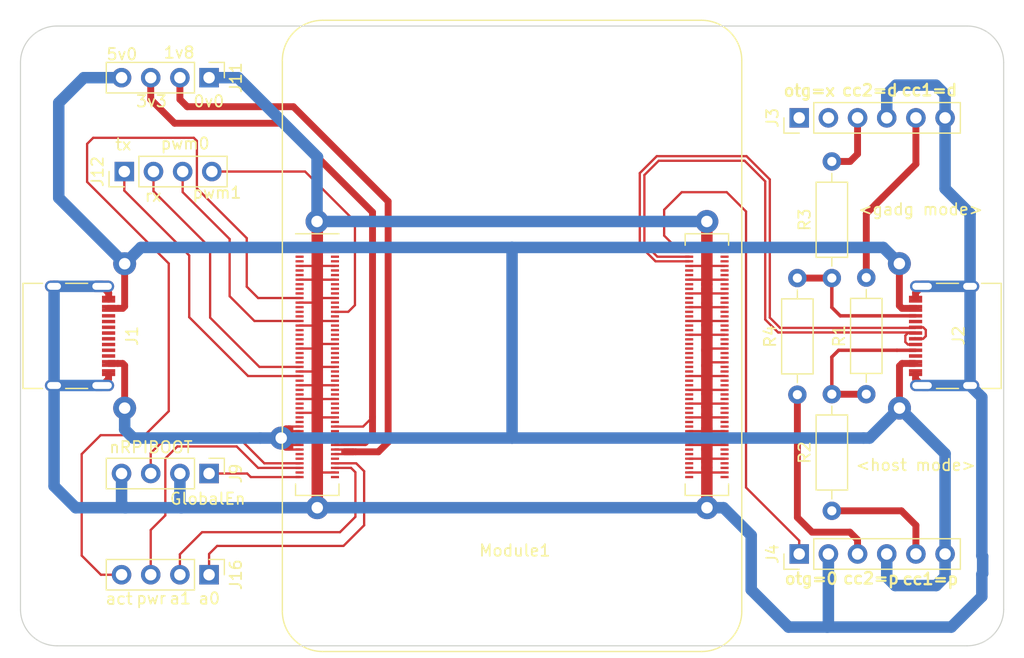
<source format=kicad_pcb>
(kicad_pcb (version 20210925) (generator pcbnew)
  (layers (0 "F.Cu" signal) (31 "B.Cu" signal) (34 "B.Paste" user) (35 "F.Paste" user) (36 "B.SilkS" user "B.Silkscreen") (37 "F.SilkS" user "F.Silkscreen") (38 "B.Mask" user) (39 "F.Mask" user) (44 "Edge.Cuts" user))
  (net 0 "")
  (net 1 "GND")
  (net 2 "+5V")
  (net 3 "Net-(J1-PadB8)")
  (net 4 "Net-(J1-PadA5)")
  (net 5 "Net-(J1-PadB7)")
  (net 6 "Net-(J1-PadA6)")
  (net 7 "Net-(J1-PadA7)")
  (net 8 "Net-(J1-PadB6)")
  (net 9 "Net-(J1-PadA8)")
  (net 10 "Net-(J1-PadB5)")
  (net 11 "Net-(J2-PadB8)")
  (net 12 "/USB_P")
  (net 13 "/USB_N")
  (net 14 "Net-(J2-PadA8)")
  (net 15 "Net-(Module1-Pad200)")
  (net 16 "Net-(Module1-Pad199)")
  (net 17 "Net-(Module1-Pad196)")
  (net 18 "Net-(Module1-Pad195)")
  (net 19 "Net-(Module1-Pad194)")
  (net 20 "Net-(Module1-Pad193)")
  (net 21 "Net-(Module1-Pad190)")
  (net 22 "Net-(Module1-Pad189)")
  (net 23 "Net-(Module1-Pad188)")
  (net 24 "Net-(Module1-Pad187)")
  (net 25 "Net-(Module1-Pad184)")
  (net 26 "Net-(Module1-Pad183)")
  (net 27 "Net-(Module1-Pad182)")
  (net 28 "Net-(Module1-Pad181)")
  (net 29 "Net-(Module1-Pad178)")
  (net 30 "Net-(Module1-Pad177)")
  (net 31 "Net-(Module1-Pad176)")
  (net 32 "Net-(Module1-Pad175)")
  (net 33 "Net-(Module1-Pad172)")
  (net 34 "Net-(Module1-Pad171)")
  (net 35 "Net-(Module1-Pad170)")
  (net 36 "Net-(Module1-Pad169)")
  (net 37 "Net-(Module1-Pad166)")
  (net 38 "Net-(Module1-Pad165)")
  (net 39 "Net-(Module1-Pad164)")
  (net 40 "Net-(Module1-Pad163)")
  (net 41 "Net-(Module1-Pad160)")
  (net 42 "Net-(Module1-Pad159)")
  (net 43 "Net-(Module1-Pad158)")
  (net 44 "Net-(Module1-Pad157)")
  (net 45 "Net-(Module1-Pad154)")
  (net 46 "Net-(Module1-Pad153)")
  (net 47 "Net-(Module1-Pad152)")
  (net 48 "Net-(Module1-Pad151)")
  (net 49 "Net-(Module1-Pad149)")
  (net 50 "Net-(Module1-Pad148)")
  (net 51 "Net-(Module1-Pad147)")
  (net 52 "Net-(Module1-Pad146)")
  (net 53 "Net-(Module1-Pad145)")
  (net 54 "Net-(Module1-Pad143)")
  (net 55 "Net-(Module1-Pad142)")
  (net 56 "Net-(Module1-Pad141)")
  (net 57 "Net-(Module1-Pad140)")
  (net 58 "Net-(Module1-Pad139)")
  (net 59 "Net-(Module1-Pad136)")
  (net 60 "Net-(Module1-Pad135)")
  (net 61 "Net-(Module1-Pad134)")
  (net 62 "Net-(Module1-Pad133)")
  (net 63 "Net-(Module1-Pad130)")
  (net 64 "Net-(Module1-Pad129)")
  (net 65 "Net-(Module1-Pad128)")
  (net 66 "Net-(Module1-Pad127)")
  (net 67 "Net-(Module1-Pad124)")
  (net 68 "Net-(Module1-Pad123)")
  (net 69 "Net-(Module1-Pad122)")
  (net 70 "Net-(Module1-Pad121)")
  (net 71 "Net-(Module1-Pad118)")
  (net 72 "Net-(Module1-Pad117)")
  (net 73 "Net-(Module1-Pad116)")
  (net 74 "Net-(Module1-Pad115)")
  (net 75 "Net-(Module1-Pad112)")
  (net 76 "Net-(Module1-Pad111)")
  (net 77 "Net-(Module1-Pad110)")
  (net 78 "Net-(Module1-Pad109)")
  (net 79 "Net-(Module1-Pad106)")
  (net 80 "Net-(Module1-Pad104)")
  (net 81 "Net-(Module1-Pad102)")
  (net 82 "Net-(J3-Pad2)")
  (net 83 "Net-(Module1-Pad100)")
  (net 84 "Net-(Module1-Pad97)")
  (net 85 "Net-(Module1-Pad92)")
  (net 86 "Net-(Module1-Pad91)")
  (net 87 "Net-(Module1-Pad89)")
  (net 88 "Net-(Module1-Pad82)")
  (net 89 "Net-(Module1-Pad80)")
  (net 90 "Net-(Module1-Pad76)")
  (net 91 "Net-(Module1-Pad75)")
  (net 92 "Net-(Module1-Pad73)")
  (net 93 "Net-(Module1-Pad72)")
  (net 94 "Net-(Module1-Pad70)")
  (net 95 "Net-(Module1-Pad69)")
  (net 96 "Net-(Module1-Pad68)")
  (net 97 "Net-(Module1-Pad67)")
  (net 98 "Net-(Module1-Pad64)")
  (net 99 "Net-(Module1-Pad63)")
  (net 100 "Net-(Module1-Pad62)")
  (net 101 "Net-(Module1-Pad61)")
  (net 102 "Net-(Module1-Pad58)")
  (net 103 "Net-(Module1-Pad57)")
  (net 104 "Net-(Module1-Pad56)")
  (net 105 "Net-(Module1-Pad54)")
  (net 106 "Net-(Module1-Pad50)")
  (net 107 "Net-(Module1-Pad49)")
  (net 108 "Net-(Module1-Pad48)")
  (net 109 "Net-(Module1-Pad47)")
  (net 110 "Net-(Module1-Pad46)")
  (net 111 "Net-(Module1-Pad45)")
  (net 112 "Net-(Module1-Pad44)")
  (net 113 "Net-(Module1-Pad41)")
  (net 114 "Net-(Module1-Pad40)")
  (net 115 "Net-(Module1-Pad39)")
  (net 116 "Net-(Module1-Pad38)")
  (net 117 "Net-(Module1-Pad37)")
  (net 118 "Net-(Module1-Pad36)")
  (net 119 "Net-(Module1-Pad35)")
  (net 120 "Net-(Module1-Pad34)")
  (net 121 "/pwm1")
  (net 122 "Net-(Module1-Pad30)")
  (net 123 "Net-(Module1-Pad29)")
  (net 124 "/pwm0")
  (net 125 "Net-(Module1-Pad27)")
  (net 126 "Net-(Module1-Pad26)")
  (net 127 "Net-(Module1-Pad25)")
  (net 128 "Net-(Module1-Pad24)")
  (net 129 "Net-(Module1-Pad20)")
  (net 130 "Net-(Module1-Pad19)")
  (net 131 "Net-(Module1-Pad18)")
  (net 132 "Net-(Module1-Pad17)")
  (net 133 "Net-(Module1-Pad16)")
  (net 134 "Net-(Module1-Pad15)")
  (net 135 "Net-(Module1-Pad12)")
  (net 136 "Net-(Module1-Pad11)")
  (net 137 "Net-(Module1-Pad10)")
  (net 138 "Net-(Module1-Pad9)")
  (net 139 "Net-(Module1-Pad6)")
  (net 140 "Net-(Module1-Pad5)")
  (net 141 "Net-(Module1-Pad4)")
  (net 142 "Net-(Module1-Pad3)")
  (net 143 "Net-(R3-Pad2)")
  (net 144 "Net-(J3-Pad1)")
  (net 145 "Net-(R2-Pad1)")
  (net 146 "Net-(R4-Pad1)")
  (net 147 "/otg")
  (net 148 "/rx")
  (net 149 "/tx")
  (net 150 "/cc1")
  (net 151 "/cc2")
  (net 152 "/nRPIBOOT")
  (net 153 "/eGLOBAL")
  (net 154 "/actled")
  (net 155 "/pwrled")
  (net 156 "/ana1")
  (net 157 "/ana0")
  (net 158 "/1v8")
  (net 159 "/3v3")
  (net 160 "Net-(J3-Pad5)")
  (footprint "Connector_USB:USB_C_Receptacle_XKB_U262-16XN-4BVC11" (layer "F.Cu") (at 138.8 73 90)
    (fp_text reference "J2")
    (fp_text value "USB_C_Receptacle_USB2.0")
  )
  (footprint "CM4IO:Raspberry-Pi-4-Compute-Module" (layer "F.Cu") (at 83.5 97)
    (fp_text reference "Module1")
    (fp_text value "ComputeModule4-CM4")
  )
  (footprint "Connector_PinHeader_2.54mm:PinHeader_1x04_P2.54mm_Vertical" (layer "F.Cu") (at 73.62 93.81 -90)
    (fp_text reference "J16")
    (fp_text value "Conn_01x04_Male")
  )
  (footprint "Connector_PinHeader_2.54mm:PinHeader_1x04_P2.54mm_Vertical" (layer "F.Cu") (at 73.62 84.99 -90)
    (fp_text reference "J9")
    (fp_text value "Conn_01x04_Male")
  )
  (footprint "Resistor_THT:R_Axial_DIN0207_L6.3mm_D2.5mm_P10.16mm_Horizontal" (layer "F.Cu") (at 130.84 78.08 90)
    (fp_text reference "R1")
    (fp_text value "5.1k")
  )
  (footprint "Resistor_THT:R_Axial_DIN0207_L6.3mm_D2.5mm_P10.16mm_Horizontal" (layer "F.Cu") (at 124.84 78.12 90)
    (fp_text reference "R4")
    (fp_text value "22k")
  )
  (footprint "Connector_PinHeader_2.54mm:PinHeader_1x04_P2.54mm_Vertical" (layer "F.Cu") (at 66.24 58.68 90)
    (fp_text reference "J12")
    (fp_text value "Conn_01x04_Male")
  )
  (footprint "Connector_USB:USB_C_Receptacle_XKB_U262-16XN-4BVC11" (layer "F.Cu") (at 61.2 73 -90)
    (fp_text reference "J1")
    (fp_text value "USB_C_Receptacle_USB2.0")
  )
  (footprint "Connector_PinHeader_2.54mm:PinHeader_1x06_P2.54mm_Vertical" (layer "F.Cu") (at 125 54 90)
    (fp_text reference "J3")
    (fp_text value "Conn_01x06_Male")
  )
  (footprint "Connector_PinHeader_2.54mm:PinHeader_1x04_P2.54mm_Vertical" (layer "F.Cu") (at 73.62 50.5 -90)
    (fp_text reference "J11")
    (fp_text value "Conn_01x04_Male")
  )
  (footprint "Connector_PinHeader_2.54mm:PinHeader_1x06_P2.54mm_Vertical" (layer "F.Cu") (at 125 92 90)
    (fp_text reference "J4")
    (fp_text value "Conn_01x06_Male")
  )
  (footprint "Resistor_THT:R_Axial_DIN0207_L6.3mm_D2.5mm_P10.16mm_Horizontal" (layer "F.Cu") (at 127.84 67.96 90)
    (fp_text reference "R3")
    (fp_text value "5.1k")
  )
  (footprint "Resistor_THT:R_Axial_DIN0207_L6.3mm_D2.5mm_P10.16mm_Horizontal" (layer "F.Cu") (at 127.84 88.24 90)
    (fp_text reference "R2")
    (fp_text value "22k")
  )
  (gr_arc (start 139.62 49.179997) (end 139.62 46) (angle 90) (layer "Edge.Cuts") (width 0.1))
  (gr_line (start 57.2 96.82) (end 57.2 49.18) (layer "Edge.Cuts") (width 0.1))
  (gr_arc (start 60.38 96.820003) (end 60.38 100) (angle 90) (layer "Edge.Cuts") (width 0.1))
  (gr_line (start 142.8 96.82) (end 142.8 49.18) (layer "Edge.Cuts") (width 0.1))
  (gr_arc (start 139.620003 96.82) (end 142.8 96.82) (angle 90) (layer "Edge.Cuts") (width 0.1))
  (gr_arc (start 60.379997 49.18) (end 60.38 46) (angle -90) (layer "Edge.Cuts") (width 0.1))
  (gr_line (start 139.62 46) (end 60.38 46) (layer "Edge.Cuts") (width 0.1))
  (gr_line (start 60.38 100) (end 139.62 100) (layer "Edge.Cuts") (width 0.1))
  (gr_text "3v3" (at 68.61 52.56) (layer "F.SilkS") (effects (font (size 1 1))))
  (gr_text "act" (at 65.79 95.9) (layer "F.SilkS") (effects (font (size 1 1))))
  (gr_text "1v8" (at 71.02 48.31) (layer "F.SilkS") (effects (font (size 1 1))))
  (gr_text "cc2=p" (at 131.25 94.12) (layer "F.SilkS") (effects (font (size 1 1) (thickness 0.2))))
  (gr_text "<gadg mode>" (at 135.57 61.97) (layer "F.SilkS") (effects (font (size 1 1))))
  (gr_text "cc1=p" (at 136.42 94.18) (layer "F.SilkS") (effects (font (size 1 1) (thickness 0.2))))
  (gr_text "otg=0" (at 126.05 94.15) (layer "F.SilkS") (effects (font (size 1 1) (thickness 0.2))))
  (gr_text "pwm0" (at 71.54 56.24) (layer "F.SilkS") (effects (font (size 1 1))))
  (gr_text "cc1=d" (at 136.33 51.59) (layer "F.SilkS") (effects (font (size 1 1) (thickness 0.2))))
  (gr_text "a0" (at 73.64 95.88) (layer "F.SilkS") (effects (font (size 1 1))))
  (gr_text "nRPIBOOT" (at 68.56 82.7) (layer "F.SilkS") (effects (font (size 1 1))))
  (gr_text "a1" (at 71.11 95.87) (layer "F.SilkS") (effects (font (size 1 1))))
  (gr_text "<host mode>" (at 135.15 84.25) (layer "F.SilkS") (effects (font (size 1 1))))
  (gr_text "5v0" (at 66.03 48.46) (layer "F.SilkS") (effects (font (size 1 1))))
  (gr_text "tx" (at 66.15 56.32) (layer "F.SilkS") (effects (font (size 1 1))))
  (gr_text "0v0" (at 73.6 52.56) (layer "F.SilkS") (effects (font (size 1 1))))
  (gr_text "GlobalEn" (at 73.5 87.19) (layer "F.SilkS") (effects (font (size 1 1))))
  (gr_text "otg=x" (at 125.88 51.63) (layer "F.SilkS") (effects (font (size 1 1) (thickness 0.2))))
  (gr_text "rx" (at 68.75 60.8) (layer "F.SilkS") (effects (font (size 1 1))))
  (gr_text "pwr" (at 68.58 95.86) (layer "F.SilkS") (effects (font (size 1 1))))
  (gr_text "pwm1" (at 74.31 60.52) (layer "F.SilkS") (effects (font (size 1 1))))
  (gr_text "cc2=d" (at 131.15 51.6) (layer "F.SilkS") (effects (font (size 1 1) (thickness 0.2))))
  (segment (start 116.62 77.7) (end 116.96 78.04) (width 0.2) (layer "F.Cu") (net 1))
  (segment (start 84.58 68.1) (end 83.35 68.1) (width 0.2) (layer "F.Cu") (net 1))
  (segment (start 64.87 76.35) (end 64.87 76.755) (width 0.6) (layer "F.Cu") (net 1))
  (segment (start 84.58 69.7) (end 83.42 69.7) (width 0.2) (layer "F.Cu") (net 1))
  (segment (start 118.5 75.3) (end 117.24 75.3) (width 0.2) (layer "F.Cu") (net 1))
  (segment (start 117.2 72.9) (end 116.96 73.14) (width 0.2) (layer "F.Cu") (net 1))
  (segment (start 135.13 69.245) (end 135.695 68.68) (width 0.6) (layer "F.Cu") (net 1))
  (segment (start 83.04 80.25) (end 83.04 84.57) (width 1) (layer "F.Cu") (net 1))
  (segment (start 115.42 82.5) (end 116.58 82.5) (width 0.2) (layer "F.Cu") (net 1))
  (segment (start 116.66 78.9) (end 116.96 79.2) (width 0.2) (layer "F.Cu") (net 1))
  (segment (start 83.04 73.71) (end 83.04 75.93) (width 1) (layer "F.Cu") (net 1))
  (segment (start 117.22 83.7) (end 116.96 83.96) (width 0.2) (layer "F.Cu") (net 1))
  (segment (start 116.96 69.12) (end 116.96 70.16) (width 1) (layer "F.Cu") (net 1))
  (segment (start 82.69 78.5) (end 83.04 78.15) (width 0.2) (layer "F.Cu") (net 1))
  (segment (start 116.69 80.1) (end 116.96 79.83) (width 0.2) (layer "F.Cu") (net 1))
  (segment (start 118.5 76.5) (end 117.18 76.5) (width 0.2) (layer "F.Cu") (net 1))
  (segment (start 83.37 77.3) (end 83.04 76.97) (width 0.2) (layer "F.Cu") (net 1))
  (segment (start 118.5 82.5) (end 117.34 82.5) (width 0.2) (layer "F.Cu") (net 1))
  (segment (start 83.04 84.57) (end 83.04 87.97) (width 1) (layer "F.Cu") (net 1))
  (segment (start 118.5 68.1) (end 117.34 68.1) (width 0.2) (layer "F.Cu") (net 1))
  (segment (start 115.42 77.7) (end 116.62 77.7) (width 0.2) (layer "F.Cu") (net 1))
  (segment (start 83.04 66.56) (end 83.04 68.41) (width 1) (layer "F.Cu") (net 1))
  (segment (start 135.13 69.65) (end 135.13 69.245) (width 0.6) (layer "F.Cu") (net 1))
  (segment (start 115.42 71.7) (end 116.61 71.7) (width 0.2) (layer "F.Cu") (net 1))
  (segment (start 116.61 71.7) (end 116.96 72.05) (width 0.2) (layer "F.Cu") (net 1))
  (segment (start 116.96 87.96) (end 116.97 87.97) (width 1) (layer "F.Cu") (net 1))
  (segment (start 116.96 68.48) (end 116.96 68.51) (width 1) (layer "F.Cu") (net 1))
  (segment (start 117.31 71.7) (end 116.96 72.05) (width 0.2) (layer "F.Cu") (net 1))
  (segment (start 84.58 73.7) (end 83.05 73.7) (width 0.2) (layer "F.Cu") (net 1))
  (segment (start 116.96 81.07) (end 116.96 82.88) (width 1) (layer "F.Cu") (net 1))
  (segment (start 117.11 74.1) (end 116.96 74.25) (width 0.2) (layer "F.Cu") (net 1))
  (segment (start 116.96 70.16) (end 116.96 72.05) (width 1) (layer "F.Cu") (net 1))
  (segment (start 81.5 66.9) (end 82.7 66.9) (width 0.2) (layer "F.Cu") (net 1))
  (segment (start 116.62 70.5) (end 116.96 70.16) (width 0.2) (layer "F.Cu") (net 1))
  (segment (start 116.7 83.7) (end 116.96 83.96) (width 0.2) (layer "F.Cu") (net 1))
  (segment (start 82.65 68.1) (end 83.04 68.49) (width 0.2) (layer "F.Cu") (net 1))
  (segment (start 83.27 75.7) (end 83.04 75.93) (width 0.2) (layer "F.Cu") (net 1))
  (segment (start 82.71 70.1) (end 83.04 70.43) (width 0.2) (layer "F.Cu") (net 1))
  (segment (start 116.96 83.96) (end 116.96 84.49) (width 1) (layer "F.Cu") (net 1))
  (segment (start 117.26 78.9) (end 116.96 79.2) (width 0.2) (layer "F.Cu") (net 1))
  (segment (start 83.04 78.15) (end 83.04 79.53) (width 1) (layer "F.Cu") (net 1))
  (segment (start 83.05 73.7) (end 83.04 73.71) (width 0.2) (layer "F.Cu") (net 1))
  (segment (start 83.04 65.7) (end 83.04 66.56) (width 1) (layer "F.Cu") (net 1))
  (segment (start 83.38 66.9) (end 83.04 66.56) (width 0.2) (layer "F.Cu") (net 1))
  (segment (start 115.42 69.3) (end 116.57 69.3) (width 0.2) (layer "F.Cu") (net 1))
  (segment (start 84.58 77.3) (end 83.37 77.3) (width 0.2) (layer "F.Cu") (net 1))
  (segment (start 116.58 82.5) (end 116.96 82.88) (width 0.2) (layer "F.Cu") (net 1))
  (segment (start 84.58 75.7) (end 83.27 75.7) (width 0.2) (layer "F.Cu") (net 1))
  (segment (start 118.5 81.3) (end 117.19 81.3) (width 0.2) (layer "F.Cu") (net 1))
  (segment (start 82.65 74.1) (end 83.04 73.71) (width 0.2) (layer "F.Cu") (net 1))
  (segment (start 83.37 84.9) (end 83.04 84.57) (width 0.2) (layer "F.Cu") (net 1))
  (segment (start 135.13 76.755) (end 135.695 77.32) (width 0.6) (layer "F.Cu") (net 1))
  (segment (start 116.96 66.9) (end 118.5 66.9) (width 0.2) (layer "F.Cu") (net 1))
  (segment (start 82.71 77.3) (end 83.04 76.97) (width 0.2) (layer "F.Cu") (net 1))
  (segment (start 116.57 69.3) (end 116.96 68.91) (width 0.2) (layer "F.Cu") (net 1))
  (segment (start 117.19 81.3) (end 116.96 81.07) (width 0.2) (layer "F.Cu") (net 1))
  (segment (start 64.87 76.05) (end 64.92 76.1) (width 0.2) (layer "F.Cu") (net 1))
  (segment (start 81.5 70.1) (end 82.71 70.1) (width 0.2) (layer "F.Cu") (net 1))
  (segment (start 82.87 76.1) (end 83.04 75.93) (width 0.2) (layer "F.Cu") (net 1))
  (segment (start 83.42 69.7) (end 83.04 69.32) (width 0.2) (layer "F.Cu") (net 1))
  (segment (start 116.72 72.9) (end 116.96 73.14) (width 0.2) (layer "F.Cu") (net 1))
  (segment (start 83.04 76.97) (end 83.04 78.15) (width 1) (layer "F.Cu") (net 1))
  (segment (start 84.58 66.9) (end 83.38 66.9) (width 0.2) (layer "F.Cu") (net 1))
  (segment (start 81.5 76.1) (end 82.87 76.1) (width 0.2) (layer "F.Cu") (net 1))
  (segment (start 116.96 68.91) (end 116.96 69.12) (width 1) (layer "F.Cu") (net 1))
  (segment (start 115.42 68.1) (end 116.55 68.1) (width 0.2) (layer "F.Cu") (net 1))
  (segment (start 82.6 72.1) (end 83.04 71.66) (width 0.2) (layer "F.Cu") (net 1))
  (segment (start 116.96 79.2) (end 116.96 79.83) (width 1) (layer "F.Cu") (net 1))
  (segment (start 117.37 84.9) (end 116.96 84.49) (width 0.2) (layer "F.Cu") (net 1))
  (segment (start 84.58 80.1) (end 83.19 80.1) (width 0.2) (layer "F.Cu") (net 1))
  (segment (start 81.5 74.1) (end 82.65 74.1) (width 0.2) (layer "F.Cu") (net 1))
  (segment (start 84.58 78.5) (end 83.39 78.5) (width 0.2) (layer "F.Cu") (net 1))
  (segment (start 135.13 76.35) (end 135.13 76.755) (width 0.6) (layer "F.Cu") (net 1))
  (segment (start 64.87 76.755) (end 64.305 77.32) (width 0.6) (layer "F.Cu") (net 1))
  (segment (start 116.96 73.14) (end 116.96 74.25) (width 1) (layer "F.Cu") (net 1))
  (segment (start 116.96 72.05) (end 116.96 73.14) (width 1) (layer "F.Cu") (net 1))
  (segment (start 117.34 68.1) (end 116.96 68.48) (width 0.2) (layer "F.Cu") (net 1))
  (segment (start 116.74 76.5) (end 116.96 76.72) (width 0.2) (layer "F.Cu") (net 1))
  (segment (start 115.42 66.9) (end 116.96 66.9) (width 0.2) (layer "F.Cu") (net 1))
  (segment (start 83.39 78.5) (end 83.04 78.15) (width 0.2) (layer "F.Cu") (net 1))
  (segment (start 115.42 81.3) (end 116.73 81.3) (width 0.2) (layer "F.Cu") (net 1))
  (segment (start 118.5 69.3) (end 117.14 69.3) (width 0.2) (layer "F.Cu") (net 1))
  (segment (start 117.3 70.5) (end 116.96 70.16) (width 0.2) (layer "F.Cu") (net 1))
  (segment (start 83.04 79.53) (end 83.04 80.25) (width 1) (layer "F.Cu") (net 1))
  (segment (start 118.5 72.9) (end 117.2 72.9) (width 0.2) (layer "F.Cu") (net 1))
  (segment (start 118.5 80.1) (end 117.23 80.1) (width 0.2) (layer "F.Cu") (net 1))
  (segment (start 82.87 79.7) (end 83.04 79.53) (width 0.2) (layer "F.Cu") (net 1))
  (segment (start 81.5 79.7) (end 82.87 79.7) (width 0.2) (layer "F.Cu") (net 1))
  (segment (start 115.42 80.1) (end 116.69 80.1) (width 0.2) (layer "F.Cu") (net 1))
  (segment (start 81.5 72.1) (end 82.6 72.1) (width 0.2) (layer "F.Cu") (net 1))
  (segment (start 83.04 71.66) (end 83.04 73.71) (width 1) (layer "F.Cu") (net 1))
  (segment (start 83.04 68.41) (end 83.04 68.49) (width 1) (layer "F.Cu") (net 1))
  (segment (start 116.96 68.51) (end 116.96 68.91) (width 1) (layer "F.Cu") (net 1))
  (segment (start 116.96 78.04) (end 116.96 79.2) (width 1) (layer "F.Cu") (net 1))
  (segment (start 81.5 68.1) (end 82.65 68.1) (width 0.2) (layer "F.Cu") (net 1))
  (segment (start 83.08 71.7) (end 83.04 71.66) (width 0.2) (layer "F.Cu") (net 1))
  (segment (start 118.5 78.9) (end 117.26 78.9) (width 0.2) (layer "F.Cu") (net 1))
  (segment (start 83.04 63.05) (end 83.02 63.03) (width 1) (layer "F.Cu") (net 1))
  (segment (start 116.96 75.58) (end 116.96 76.72) (width 1) (layer "F.Cu") (net 1))
  (segment (start 83.04 65.7) (end 83.04 63.05) (width 1) (layer "F.Cu") (net 1))
  (segment (start 83.04 68.49) (end 83.04 69.32) (width 1) (layer "F.Cu") (net 1))
  (segment (start 117.14 69.3) (end 116.96 69.12) (width 0.2) (layer "F.Cu") (net 1))
  (segment (start 117.23 80.1) (end 116.96 79.83) (width 0.2) (layer "F.Cu") (net 1))
  (segment (start 117.3 77.7) (end 116.96 78.04) (width 0.2) (layer "F.Cu") (net 1))
  (segment (start 83.04 69.32) (end 83.04 70.43) (width 1) (layer "F.Cu") (net 1))
  (segment (start 115.42 83.7) (end 116.7 83.7) (width 0.2) (layer "F.Cu") (net 1))
  (segment (start 64.87 69.65) (end 65.21928 69.65) (width 0.2) (layer "F.Cu") (net 1))
  (segment (start 116.96 79.83) (end 116.96 81.07) (width 1) (layer "F.Cu") (net 1))
  (segment (start 118.5 83.7) (end 117.22 83.7) (width 0.2) (layer "F.Cu") (net 1))
  (segment (start 116.96 66.9) (end 116.96 68.48) (width 1) (layer "F.Cu") (net 1))
  (segment (start 84.58 71.7) (end 83.08 71.7) (width 0.2) (layer "F.Cu") (net 1))
  (segment (start 115.42 78.9) (end 116.66 78.9) (width 0.2) (layer "F.Cu") (net 1))
  (segment (start 118.5 77.7) (end 117.3 77.7) (width 0.2) (layer "F.Cu") (net 1))
  (segment (start 115.42 72.9) (end 116.72 72.9) (width 0.2) (layer "F.Cu") (net 1))
  (segment (start 116.55 68.1) (end 116.96 68.51) (width 0.2) (layer "F.Cu") (net 1))
  (segment (start 116.55 84.9) (end 116.96 84.49) (width 0.2) (layer "F.Cu") (net 1))
  (segment (start 116.96 74.25) (end 116.96 75.58) (width 1) (layer "F.Cu") (net 1))
  (segment (start 116.96 84.49) (end 116.96 87.96) (width 1) (layer "F.Cu") (net 1))
  (segment (start 83.04 65.7) (end 84.58 65.7) (width 0.2) (layer "F.Cu") (net 1))
  (segment (start 81.5 77.3) (end 82.71 77.3) (width 0.2) (layer "F.Cu") (net 1))
  (segment (start 83.04 75.93) (end 83.04 76.97) (width 1) (layer "F.Cu") (net 1))
  (segment (start 64.88 69.8) (end 64.88 69.255) (width 0.6) (layer "F.Cu") (net 1))
  (segment (start 115.42 70.5) (end 116.62 70.5) (width 0.2) (layer "F.Cu") (net 1))
  (segment (start 118.5 70.5) (end 117.3 70.5) (width 0.2) (layer "F.Cu") (net 1))
  (segment (start 117.18 76.5) (end 116.96 76.72) (width 0.2) (layer "F.Cu") (net 1))
  (segment (start 115.42 76.5) (end 116.74 76.5) (width 0.2) (layer "F.Cu") (net 1))
  (segment (start 82.7 66.9) (end 83.04 66.56) (width 0.2) (layer "F.Cu") (net 1))
  (segment (start 83.35 68.1) (end 83.04 68.41) (width 0.2) (layer "F.Cu") (net 1))
  (segment (start 116.96 82.88) (end 116.96 83.96) (width 1) (layer "F.Cu") (net 1))
  (segment (start 118.5 74.1) (end 117.11 74.1) (width 0.2) (layer "F.Cu") (net 1))
  (segment (start 116.73 81.3) (end 116.96 81.07) (width 0.2) (layer "F.Cu") (net 1))
  (segment (start 117.24 75.3) (end 116.96 75.58) (width 0.2) (layer "F.Cu") (net 1))
  (segment (start 117.34 82.5) (end 116.96 82.88) (width 0.2) (layer "F.Cu") (net 1))
  (segment (start 64.88 69.255) (end 64.305 68.68) (width 0.6) (layer "F.Cu") (net 1))
  (segment (start 84.58 84.9) (end 83.37 84.9) (width 0.2) (layer "F.Cu") (net 1))
  (segment (start 116.96 76.72) (end 116.96 78.04) (width 1) (layer "F.Cu") (net 1))
  (segment (start 81.5 65.7) (end 83.04 65.7) (width 0.2) (layer "F.Cu") (net 1))
  (segment (start 118.5 84.9) (end 117.37 84.9) (width 0.2) (layer "F.Cu") (net 1))
  (segment (start 116.96 66.9) (end 116.96 63.03) (width 1) (layer "F.Cu") (net 1))
  (segment (start 115.42 84.9) (end 116.55 84.9) (width 0.2) (layer "F.Cu") (net 1))
  (segment (start 83.19 80.1) (end 83.04 80.25) (width 0.2) (layer "F.Cu") (net 1))
  (segment (start 81.5 78.5) (end 82.69 78.5) (width 0.2) (layer "F.Cu") (net 1))
  (segment (start 118.5 71.7) (end 117.31 71.7) (width 0.2) (layer "F.Cu") (net 1))
  (segment (start 83.04 70.43) (end 83.04 71.66) (width 1) (layer "F.Cu") (net 1))
  (via (at 83.02 63.03) (size 2) (drill 1) (layers "F.Cu" "B.Cu") (net 1))
  (via (at 116.97 87.97) (size 2) (drill 1) (layers "F.Cu" "B.Cu") (net 1))
  (via (at 116.96 63.03) (size 2) (drill 1) (layers "F.Cu" "B.Cu") (net 1))
  (via (at 83.04 87.97) (size 2) (drill 1) (layers "F.Cu" "B.Cu") (net 1))
  (segment (start 138.24 98.37) (end 127.44 98.37) (width 1) (layer "B.Cu") (net 1))
  (segment (start 60.125 77.32) (end 60.125 68.68) (width 1) (layer "B.Cu") (net 1))
  (segment (start 83.06 57.42) (end 76.14 50.5) (width 1) (layer "B.Cu") (net 1))
  (segment (start 140.9 95.71) (end 138.24 98.37) (width 1) (layer "B.Cu") (net 1))
  (segment (start 71.08 87.86) (end 71.19 87.97) (width 1) (layer "B.Cu") (net 1))
  (segment (start 127.54 98.27) (end 127.44 98.37) (width 1) (layer "B.Cu") (net 1))
  (segment (start 139.875 68.68) (end 139.875 77.32) (width 1) (layer "B.Cu") (net 1))
  (segment (start 66.33 87.97) (end 62.01 87.97) (width 1) (layer "B.Cu") (net 1))
  (segment (start 120.82 90.38) (end 118.41 87.97) (width 1) (layer "B.Cu") (net 1))
  (segment (start 132.62 51.96) (end 132.62 54) (width 1) (layer "B.Cu") (net 1))
  (segment (start 137.7 54) (end 137.7 51.96) (width 1) (layer "B.Cu") (net 1))
  (segment (start 120.82 95.12) (end 120.82 90.38) (width 1) (layer "B.Cu") (net 1))
  (segment (start 116.96 63.03) (end 83.02 63.03) (width 1) (layer "B.Cu") (net 1))
  (segment (start 83.02 63.03) (end 83.02 57.46) (width 1) (layer "B.Cu") (net 1))
  (segment (start 139.875 68.68) (end 135.695 68.68) (width 1) (layer "B.Cu") (net 1))
  (segment (start 62.01 87.97) (end 60.125 86.085) (width 1) (layer "B.Cu") (net 1))
  (segment (start 83.02 57.46) (end 83.06 57.42) (width 1) (layer "B.Cu") (net 1))
  (segment (start 60.125 68.68) (end 64.305 68.68) (width 1) (layer "B.Cu") (net 1))
  (segment (start 137.7 54) (end 137.7 60.17) (width 1) (layer "B.Cu") (net 1))
  (segment (start 127.44 98.37) (end 124.07 98.37) (width 1) (layer "B.Cu") (net 1))
  (segment (start 136.89 51.15) (end 133.43 51.15) (width 1) (layer "B.Cu") (net 1))
  (segment (start 71.08 84.99) (end 71.08 87.86) (width 1) (layer "B.Cu") (net 1))
  (segment (start 137.7 51.96) (end 136.89 51.15) (width 1) (layer "B.Cu") (net 1))
  (segment (start 140.970001 92.215999) (end 140.970001 93.704001) (width 1) (layer "B.Cu") (net 1))
  (segment (start 140.970001 93.704001) (end 140.9 93.774002) (width 1) (layer "B.Cu") (net 1))
  (segment (start 60.125 86.085) (end 60.125 77.32) (width 1) (layer "B.Cu") (net 1))
  (segment (start 137.7 60.17) (end 139.875 62.345) (width 1) (layer "B.Cu") (net 1))
  (segment (start 118.41 87.97) (end 116.97 87.97) (width 1) (layer "B.Cu") (net 1))
  (segment (start 140.9 78.345) (end 140.9 92.145998) (width 1) (layer "B.Cu") (net 1))
  (segment (start 124.07 98.37) (end 120.82 95.12) (width 1) (layer "B.Cu") (net 1))
  (segment (start 140.9 92.145998) (end 140.970001 92.215999) (width 1) (layer "B.Cu") (net 1))
  (segment (start 140.9 93.774002) (end 140.9 95.71) (width 1) (layer "B.Cu") (net 1))
  (segment (start 133.43 51.15) (end 132.62 51.96) (width 1) (layer "B.Cu") (net 1))
  (segment (start 66 84.99) (end 66 87.64) (width 1) (layer "B.Cu") (net 1))
  (segment (start 71.19 87.97) (end 66.33 87.97) (width 1) (layer "B.Cu") (net 1))
  (segment (start 127.54 92) (end 127.54 98.27) (width 1) (layer "B.Cu") (net 1))
  (segment (start 135.695 77.32) (end 139.875 77.32) (width 1) (layer "B.Cu") (net 1))
  (segment (start 139.875 62.345) (end 139.875 68.68) (width 1) (layer "B.Cu") (net 1))
  (segment (start 139.875 77.32) (end 140.9 78.345) (width 1) (layer "B.Cu") (net 1))
  (segment (start 83.04 87.97) (end 71.19 87.97) (width 1) (layer "B.Cu") (net 1))
  (segment (start 116.97 87.97) (end 83.04 87.97) (width 1) (layer "B.Cu") (net 1))
  (segment (start 66 87.64) (end 66.33 87.97) (width 1) (layer "B.Cu") (net 1))
  (segment (start 60.125 77.32) (end 64.305 77.32) (width 1) (layer "B.Cu") (net 1))
  (segment (start 76.14 50.5) (end 73.62 50.5) (width 1) (layer "B.Cu") (net 1))
  (segment (start 80.32 82.7) (end 80.66 82.7) (width 0.6) (layer "F.Cu") (net 2))
  (segment (start 135.06 75.4) (end 133.95 75.4) (width 0.6) (layer "F.Cu") (net 2))
  (segment (start 80.32 81.1) (end 80.66 81.1) (width 0.6) (layer "F.Cu") (net 2))
  (segment (start 133.72 70.37) (end 133.72 66.7) (width 0.6) (layer "F.Cu") (net 2))
  (segment (start 133.95 75.4) (end 133.73 75.62) (width 0.6) (layer "F.Cu") (net 2))
  (segment (start 79.9 81.9) (end 79.9 81.52) (width 0.6) (layer "F.Cu") (net 2))
  (segment (start 64.88 75.4) (end 65.67 75.4) (width 0.6) (layer "F.Cu") (net 2))
  (segment (start 66.1 70.6) (end 66.27 70.43) (width 0.6) (layer "F.Cu") (net 2))
  (segment (start 65.72 70.6) (end 66.1 70.6) (width 0.6) (layer "F.Cu") (net 2))
  (segment (start 66.27 75.57) (end 66.27 79.29) (width 0.6) (layer "F.Cu") (net 2))
  (segment (start 65.67 75.4) (end 66.1 75.4) (width 0.6) (layer "F.Cu") (net 2))
  (segment (start 81.5 82.9) (end 80.52 82.9) (width 0.2) (layer "F.Cu") (net 2))
  (segment (start 135.13 70.6) (end 133.95 70.6) (width 0.6) (layer "F.Cu") (net 2))
  (segment (start 81.5 81.7) (end 80 81.7) (width 0.2) (layer "F.Cu") (net 2))
  (segment (start 133.73 75.62) (end 133.73 79.29) (width 0.6) (layer "F.Cu") (net 2))
  (segment (start 79.9 81.9) (end 80.26 81.9) (width 0.6) (layer "F.Cu") (net 2))
  (segment (start 80.3 82.3) (end 80.66 82.3) (width 0.6) (layer "F.Cu") (net 2))
  (segment (start 65.72 70.6) (end 64.87 70.6) (width 0.6) (layer "F.Cu") (net 2))
  (segment (start 66.1 75.4) (end 66.27 75.57) (width 0.6) (layer "F.Cu") (net 2))
  (segment (start 79.9 82.28) (end 80.32 82.7) (width 0.6) (layer "F.Cu") (net 2))
  (segment (start 81.5 81.3) (end 80.21 81.3) (width 0.2) (layer "F.Cu") (net 2))
  (segment (start 81.5 82.1) (end 80.06 82.1) (width 0.2) (layer "F.Cu") (net 2))
  (segment (start 80.52 82.9) (end 80.32 82.7) (width 0.2) (layer "F.Cu") (net 2))
  (segment (start 80.66 81.9) (end 79.9 81.9) (width 0.6) (layer "F.Cu") (net 2))
  (segment (start 79.9 81.9) (end 80.3 81.5) (width 0.6) (layer "F.Cu") (net 2))
  (segment (start 81.5 82.5) (end 80.09 82.5) (width 0.2) (layer "F.Cu") (net 2))
  (segment (start 80.3 81.5) (end 80.66 81.5) (width 0.6) (layer "F.Cu") (net 2))
  (segment (start 81.5 80.9) (end 80.52 80.9) (width 0.2) (layer "F.Cu") (net 2))
  (segment (start 80.52 80.9) (end 80.32 81.1) (width 0.2) (layer "F.Cu") (net 2))
  (segment (start 79.9 81.9) (end 80.3 82.3) (width 0.6) (layer "F.Cu") (net 2))
  (segment (start 66.27 70.43) (end 66.27 66.71) (width 0.6) (layer "F.Cu") (net 2))
  (segment (start 133.95 70.6) (end 133.72 70.37) (width 0.6) (layer "F.Cu") (net 2))
  (segment (start 79.9 81.52) (end 80.32 81.1) (width 0.6) (layer "F.Cu") (net 2))
  (via (at 66.27 79.29) (size 2) (drill 1) (layers "F.Cu" "B.Cu") (net 2))
  (via (at 133.72 66.7) (size 2) (drill 1) (layers "F.Cu" "B.Cu") (net 2))
  (via (at 66.27 66.71) (size 2) (drill 1) (layers "F.Cu" "B.Cu") (net 2))
  (via (at 133.73 79.29) (size 2) (drill 1) (layers "F.Cu" "B.Cu") (net 2))
  (via (at 79.9 81.9) (size 2) (drill 1) (layers "F.Cu" "B.Cu") (net 2))
  (segment (start 137.7 83.26) (end 133.73 79.29) (width 1) (layer "B.Cu") (net 2))
  (segment (start 79.9 81.9) (end 78.07 81.9) (width 1) (layer "B.Cu") (net 2))
  (segment (start 67.02 81.9) (end 78.07 81.9) (width 1) (layer "B.Cu") (net 2))
  (segment (start 133.36 94.75) (end 132.62 94.01) (width 1) (layer "B.Cu") (net 2))
  (segment (start 136.93 94.75) (end 133.36 94.75) (width 1) (layer "B.Cu") (net 2))
  (segment (start 133.73 79.29) (end 131.12 81.9) (width 1) (layer "B.Cu") (net 2))
  (segment (start 100 81.9) (end 79.9 81.9) (width 1) (layer "B.Cu") (net 2))
  (segment (start 66.27 66.71) (end 60.53 60.97) (width 1) (layer "B.Cu") (net 2))
  (segment (start 67.69 65.29) (end 100.02 65.29) (width 1) (layer "B.Cu") (net 2))
  (segment (start 132.62 94.01) (end 132.62 92) (width 1) (layer "B.Cu") (net 2))
  (segment (start 62.72 50.5) (end 66 50.5) (width 1) (layer "B.Cu") (net 2))
  (segment (start 137.7 92) (end 137.7 83.26) (width 1) (layer "B.Cu") (net 2))
  (segment (start 137.7 93.98) (end 136.93 94.75) (width 1) (layer "B.Cu") (net 2))
  (segment (start 137.7 92) (end 137.7 93.98) (width 1) (layer "B.Cu") (net 2))
  (segment (start 99.95 65.29) (end 132.31 65.29) (width 1) (layer "B.Cu") (net 2))
  (segment (start 60.53 60.97) (end 60.53 52.69) (width 1) (layer "B.Cu") (net 2))
  (segment (start 60.53 52.69) (end 62.72 50.5) (width 1) (layer "B.Cu") (net 2))
  (segment (start 131.12 81.9) (end 130.6 81.9) (width 1) (layer "B.Cu") (net 2))
  (segment (start 66.27 66.71) (end 67.69 65.29) (width 1) (layer "B.Cu") (net 2))
  (segment (start 100 65.29) (end 100 81.9) (width 1) (layer "B.Cu") (net 2))
  (segment (start 100 81.9) (end 130.6 81.9) (width 1) (layer "B.Cu") (net 2))
  (segment (start 132.31 65.29) (end 133.72 66.7) (width 1) (layer "B.Cu") (net 2))
  (segment (start 66.27 81.15) (end 67.02 81.9) (width 1) (layer "B.Cu") (net 2))
  (segment (start 66.27 79.29) (end 66.27 81.15) (width 1) (layer "B.Cu") (net 2))
  (segment (start 111.12 65.132844) (end 112.487156 66.5) (width 0.2) (layer "F.Cu") (net 12))
  (segment (start 135.79 73.25) (end 135.13 73.25) (width 0.2) (layer "F.Cu") (net 12))
  (segment (start 123.332844 72.3) (end 122.44 71.407156) (width 0.2) (layer "F.Cu") (net 12))
  (segment (start 112.487156 66.5) (end 115.42 66.5) (width 0.2) (layer "F.Cu") (net 12))
  (segment (start 120.412844 57.34) (end 112.597156 57.34) (width 0.2) (layer "F.Cu") (net 12))
  (segment (start 136.02 73.02) (end 135.79 73.25) (width 0.2) (layer "F.Cu") (net 12))
  (segment (start 135.13 72.25) (end 135.08 72.3) (width 0.2) (layer "F.Cu") (net 12))
  (segment (start 112.597156 57.34) (end 111.12 58.817156) (width 0.2) (layer "F.Cu") (net 12))
  (segment (start 135.08 73.2) (end 135.13 73.25) (width 0.2) (layer "F.Cu") (net 12))
  (segment (start 111.12 58.817156) (end 111.12 65.132844) (width 0.2) (layer "F.Cu") (net 12))
  (segment (start 135.08 72.3) (end 123.332844 72.3) (width 0.2) (layer "F.Cu") (net 12))
  (segment (start 122.44 71.407156) (end 122.44 59.367156) (width 0.2) (layer "F.Cu") (net 12))
  (segment (start 122.44 59.367156) (end 120.412844 57.34) (width 0.2) (layer "F.Cu") (net 12))
  (segment (start 135.79 72.25) (end 136.02 72.48) (width 0.2) (layer "F.Cu") (net 12))
  (segment (start 136.02 72.48) (end 136.02 73.02) (width 0.2) (layer "F.Cu") (net 12))
  (segment (start 135.13 72.25) (end 135.79 72.25) (width 0.2) (layer "F.Cu") (net 12))
  (segment (start 134.46 73.75) (end 135.13 73.75) (width 0.2) (layer "F.Cu") (net 13))
  (segment (start 135.13 72.75) (end 134.465 72.75) (width 0.2) (layer "F.Cu") (net 13))
  (segment (start 111.52 58.982844) (end 111.52 64.967156) (width 0.2) (layer "F.Cu") (net 13))
  (segment (start 123.167156 72.7) (end 122.04 71.572844) (width 0.2) (layer "F.Cu") (net 13))
  (segment (start 120.247156 57.74) (end 112.762844 57.74) (width 0.2) (layer "F.Cu") (net 13))
  (segment (start 112.652844 66.1) (end 115.42 66.1) (width 0.2) (layer "F.Cu") (net 13))
  (segment (start 122.04 59.532844) (end 120.247156 57.74) (width 0.2) (layer "F.Cu") (net 13))
  (segment (start 134.24 72.975) (end 134.24 73.53) (width 0.2) (layer "F.Cu") (net 13))
  (segment (start 122.04 71.572844) (end 122.04 59.532844) (width 0.2) (layer "F.Cu") (net 13))
  (segment (start 134.465 72.75) (end 134.24 72.975) (width 0.2) (layer "F.Cu") (net 13))
  (segment (start 135.13 72.75) (end 135.08 72.7) (width 0.2) (layer "F.Cu") (net 13))
  (segment (start 134.24 73.53) (end 134.46 73.75) (width 0.2) (layer "F.Cu") (net 13))
  (segment (start 111.52 64.967156) (end 112.652844 66.1) (width 0.2) (layer "F.Cu") (net 13))
  (segment (start 112.762844 57.74) (end 111.52 58.982844) (width 0.2) (layer "F.Cu") (net 13))
  (segment (start 135.08 72.7) (end 123.167156 72.7) (width 0.2) (layer "F.Cu") (net 13))
  (segment (start 135.08 72.8) (end 135.13 72.75) (width 0.2) (layer "F.Cu") (net 13))
  (segment (start 84.58 70.9) (end 85.74 70.9) (width 0.2) (layer "F.Cu") (net 121))
  (segment (start 85.74 70.9) (end 86.32 70.32) (width 0.2) (layer "F.Cu") (net 121))
  (segment (start 86.32 63.02) (end 81.98 58.68) (width 0.2) (layer "F.Cu") (net 121))
  (segment (start 86.32 70.32) (end 86.32 63.02) (width 0.2) (layer "F.Cu") (net 121))
  (segment (start 81.98 58.68) (end 73.86 58.68) (width 0.2) (layer "F.Cu") (net 121))
  (segment (start 81.5 71.7) (end 77.57 71.7) (width 0.2) (layer "F.Cu") (net 124))
  (segment (start 75.41 69.54) (end 75.41 64.56) (width 0.2) (layer "F.Cu") (net 124))
  (segment (start 75.41 64.56) (end 71.32 60.47) (width 0.2) (layer "F.Cu") (net 124))
  (segment (start 71.32 60.47) (end 71.32 58.68) (width 0.2) (layer "F.Cu") (net 124))
  (segment (start 77.57 71.7) (end 75.41 69.54) (width 0.2) (layer "F.Cu") (net 124))
  (segment (start 127.84 57.8) (end 129.43 57.8) (width 0.6) (layer "F.Cu") (net 143))
  (segment (start 130.08 57.15) (end 130.08 54) (width 0.6) (layer "F.Cu") (net 143))
  (segment (start 129.43 57.8) (end 130.08 57.15) (width 0.6) (layer "F.Cu") (net 143))
  (segment (start 135.16 89.5) (end 135.16 92) (width 0.6) (layer "F.Cu") (net 145))
  (segment (start 127.84 88.24) (end 133.9 88.24) (width 0.6) (layer "F.Cu") (net 145))
  (segment (start 133.9 88.24) (end 135.16 89.5) (width 0.6) (layer "F.Cu") (net 145))
  (segment (start 124.84 83.26) (end 124.84 88.82) (width 0.6) (layer "F.Cu") (net 146))
  (segment (start 126.12 90.1) (end 124.84 88.82) (width 0.6) (layer "F.Cu") (net 146))
  (segment (start 130.08 92) (end 130.08 90.77) (width 0.6) (layer "F.Cu") (net 146))
  (segment (start 130.08 90.77) (end 129.41 90.1) (width 0.6) (layer "F.Cu") (net 146))
  (segment (start 129.41 90.1) (end 126.12 90.1) (width 0.6) (layer "F.Cu") (net 146))
  (segment (start 124.84 78.12) (end 124.84 83.26) (width 0.6) (layer "F.Cu") (net 146))
  (segment (start 114.77 60.48) (end 118.69 60.48) (width 0.2) (layer "F.Cu") (net 147))
  (segment (start 120.37 86.21) (end 125 90.84) (width 0.2) (layer "F.Cu") (net 147))
  (segment (start 120.37 62.16) (end 120.37 86.21) (width 0.2) (layer "F.Cu") (net 147))
  (segment (start 115.42 65.7) (end 114.68 65.7) (width 0.2) (layer "F.Cu") (net 147))
  (segment (start 113.24 62.01) (end 114.77 60.48) (width 0.2) (layer "F.Cu") (net 147))
  (segment (start 113.24 64.26) (end 113.24 62.01) (width 0.2) (layer "F.Cu") (net 147))
  (segment (start 118.69 60.48) (end 120.37 62.16) (width 0.2) (layer "F.Cu") (net 147))
  (segment (start 114.68 65.7) (end 113.24 64.26) (width 0.2) (layer "F.Cu") (net 147))
  (segment (start 125 90.84) (end 125 92) (width 0.2) (layer "F.Cu") (net 147))
  (segment (start 68.78 58.68) (end 68.78 60.39) (width 0.2) (layer "F.Cu") (net 148))
  (segment (start 73.71 71.41) (end 78 75.7) (width 0.2) (layer "F.Cu") (net 148))
  (segment (start 78 75.7) (end 81.5 75.7) (width 0.2) (layer "F.Cu") (net 148))
  (segment (start 73.71 65.32) (end 73.71 71.41) (width 0.2) (layer "F.Cu") (net 148))
  (segment (start 68.78 60.39) (end 73.71 65.32) (width 0.2) (layer "F.Cu") (net 148))
  (segment (start 71.89 65.99) (end 66.24 60.34) (width 0.2) (layer "F.Cu") (net 149))
  (segment (start 66.24 60.34) (end 66.24 58.68) (width 0.2) (layer "F.Cu") (net 149))
  (segment (start 81.5 76.5) (end 77.02 76.5) (width 0.2) (layer "F.Cu") (net 149))
  (segment (start 77.02 76.5) (end 71.89 71.37) (width 0.2) (layer "F.Cu") (net 149))
  (segment (start 71.89 71.37) (end 71.89 65.99) (width 0.2) (layer "F.Cu") (net 149))
  (segment (start 127.84 74.84) (end 127.84 78.08) (width 0.3) (layer "F.Cu") (net 150))
  (segment (start 133.51 74.25) (end 128.43 74.25) (width 0.3) (layer "F.Cu") (net 150))
  (segment (start 133.51 74.25) (end 135.13 74.25) (width 0.3) (layer "F.Cu") (net 150))
  (segment (start 127.84 78.08) (end 130.84 78.08) (width 0.6) (layer "F.Cu") (net 150))
  (segment (start 128.43 74.25) (end 127.84 74.84) (width 0.3) (layer "F.Cu") (net 150))
  (segment (start 128.57 71.25) (end 135.13 71.25) (width 0.3) (layer "F.Cu") (net 151))
  (segment (start 127.84 67.96) (end 127.84 70.52) (width 0.3) (layer "F.Cu") (net 151))
  (segment (start 127.84 70.52) (end 128.57 71.25) (width 0.3) (layer "F.Cu") (net 151))
  (segment (start 127.84 67.96) (end 124.84 67.96) (width 0.6) (layer "F.Cu") (net 151))
  (segment (start 78.43 84.1) (end 81.5 84.1) (width 0.2) (layer "F.Cu") (net 152))
  (segment (start 68.54 83.21) (end 69.93 81.82) (width 0.2) (layer "F.Cu") (net 152))
  (segment (start 68.54 83.21) (end 68.54 84.99) (width 0.2) (layer "F.Cu") (net 152))
  (segment (start 76.15 81.82) (end 78.43 84.1) (width 0.2) (layer "F.Cu") (net 152))
  (segment (start 69.93 81.82) (end 76.15 81.82) (width 0.2) (layer "F.Cu") (net 152))
  (segment (start 77.25 85.3) (end 76.94 84.99) (width 0.2) (layer "F.Cu") (net 153))
  (segment (start 81.5 85.3) (end 77.25 85.3) (width 0.2) (layer "F.Cu") (net 153))
  (segment (start 76.94 84.99) (end 73.62 84.99) (width 0.2) (layer "F.Cu") (net 153))
  (segment (start 77.89 69.7) (end 76.9 68.71) (width 0.2) (layer "F.Cu") (net 154))
  (segment (start 70.11 66.69) (end 70.11 79.56) (width 0.2) (layer "F.Cu") (net 154))
  (segment (start 72.56 56.01) (end 72.29 55.74) (width 0.2) (layer "F.Cu") (net 154))
  (segment (start 76.9 64.48) (end 72.56 60.14) (width 0.2) (layer "F.Cu") (net 154))
  (segment (start 70.11 79.56) (end 68.02 81.65) (width 0.2) (layer "F.Cu") (net 154))
  (segment (start 63 59.58) (end 70.11 66.69) (width 0.2) (layer "F.Cu") (net 154))
  (segment (start 72.29 55.74) (end 63.53 55.74) (width 0.2) (layer "F.Cu") (net 154))
  (segment (start 63.53 55.74) (end 63 56.27) (width 0.2) (layer "F.Cu") (net 154))
  (segment (start 76.9 68.71) (end 76.9 64.48) (width 0.2) (layer "F.Cu") (net 154))
  (segment (start 62.53 83.3) (end 62.53 92.14) (width 0.2) (layer "F.Cu") (net 154))
  (segment (start 68.02 81.65) (end 64.18 81.65) (width 0.2) (layer "F.Cu") (net 154))
  (segment (start 72.56 60.14) (end 72.56 56.01) (width 0.2) (layer "F.Cu") (net 154))
  (segment (start 64.18 81.65) (end 62.53 83.3) (width 0.2) (layer "F.Cu") (net 154))
  (segment (start 64.2 93.81) (end 66 93.81) (width 0.2) (layer "F.Cu") (net 154))
  (segment (start 63 56.27) (end 63 59.58) (width 0.2) (layer "F.Cu") (net 154))
  (segment (start 62.53 92.14) (end 64.2 93.81) (width 0.2) (layer "F.Cu") (net 154))
  (segment (start 81.5 69.7) (end 77.89 69.7) (width 0.2) (layer "F.Cu") (net 154))
  (segment (start 69.81 88.64) (end 69.81 83.68) (width 0.2) (layer "F.Cu") (net 155))
  (segment (start 68.54 89.91) (end 69.81 88.64) (width 0.2) (layer "F.Cu") (net 155))
  (segment (start 76.02 82.63) (end 77.89 84.5) (width 0.2) (layer "F.Cu") (net 155))
  (segment (start 69.81 83.68) (end 70.86 82.63) (width 0.2) (layer "F.Cu") (net 155))
  (segment (start 68.54 93.81) (end 68.54 89.91) (width 0.2) (layer "F.Cu") (net 155))
  (segment (start 77.89 84.5) (end 81.5 84.5) (width 0.2) (layer "F.Cu") (net 155))
  (segment (start 70.86 82.63) (end 76.02 82.63) (width 0.2) (layer "F.Cu") (net 155))
  (segment (start 85.02 90.1) (end 86.36 88.76) (width 0.2) (layer "F.Cu") (net 156))
  (segment (start 71.08 92.03) (end 73.01 90.1) (width 0.2) (layer "F.Cu") (net 156))
  (segment (start 86.36 88.76) (end 86.36 84.88) (width 0.2) (layer "F.Cu") (net 156))
  (segment (start 85.98 84.5) (end 84.58 84.5) (width 0.2) (layer "F.Cu") (net 156))
  (segment (start 71.08 93.81) (end 71.08 92.03) (width 0.2) (layer "F.Cu") (net 156))
  (segment (start 73.01 90.1) (end 85.02 90.1) (width 0.2) (layer "F.Cu") (net 156))
  (segment (start 86.36 84.88) (end 85.98 84.5) (width 0.2) (layer "F.Cu") (net 156))
  (segment (start 73.62 92) (end 73.62 93.81) (width 0.2) (layer "F.Cu") (net 157))
  (segment (start 86.43 84.1) (end 87.12 84.79) (width 0.2) (layer "F.Cu") (net 157))
  (segment (start 87.12 89.5) (end 85.32 91.3) (width 0.2) (layer "F.Cu") (net 157))
  (segment (start 74.32 91.3) (end 73.62 92) (width 0.2) (layer "F.Cu") (net 157))
  (segment (start 84.58 84.1) (end 86.43 84.1) (width 0.2) (layer "F.Cu") (net 157))
  (segment (start 87.12 84.79) (end 87.12 89.5) (width 0.2) (layer "F.Cu") (net 157))
  (segment (start 85.32 91.3) (end 74.32 91.3) (width 0.2) (layer "F.Cu") (net 157))
  (segment (start 84.58 83.3) (end 86.17 83.3) (width 0.2) (layer "F.Cu") (net 158))
  (segment (start 86.37 83.1) (end 85.42 83.1) (width 0.6) (layer "F.Cu") (net 158))
  (segment (start 84.58 82.9) (end 86.17 82.9) (width 0.2) (layer "F.Cu") (net 158))
  (segment (start 86.17 83.3) (end 86.37 83.1) (width 0.2) (layer "F.Cu") (net 158))
  (segment (start 89.21 82.25) (end 89.21 61.28) (width 0.6) (layer "F.Cu") (net 158))
  (segment (start 71.72 53.03) (end 71.08 52.39) (width 0.6) (layer "F.Cu") (net 158))
  (segment (start 89.21 61.28) (end 80.96 53.03) (width 0.6) (layer "F.Cu") (net 158))
  (segment (start 86.17 82.9) (end 86.37 83.1) (width 0.2) (layer "F.Cu") (net 158))
  (segment (start 71.08 52.39) (end 71.08 50.5) (width 0.6) (layer "F.Cu") (net 158))
  (segment (start 88.36 83.1) (end 89.21 82.25) (width 0.6) (layer "F.Cu") (net 158))
  (segment (start 80.96 53.03) (end 71.72 53.03) (width 0.6) (layer "F.Cu") (net 158))
  (segment (start 86.37 83.1) (end 88.36 83.1) (width 0.6) (layer "F.Cu") (net 158))
  (segment (start 87.85 62.22) (end 87.85 80.08) (width 0.6) (layer "F.Cu") (net 159))
  (segment (start 85.66 82.3) (end 85.42 82.3) (width 0.6) (layer "F.Cu") (net 159))
  (segment (start 80.1 54.47) (end 87.85 62.22) (width 0.6) (layer "F.Cu") (net 159))
  (segment (start 87.85 81.65) (end 87.2 82.3) (width 0.6) (layer "F.Cu") (net 159))
  (segment (start 68.54 50.5) (end 68.54 52.39) (width 0.6) (layer "F.Cu") (net 159))
  (segment (start 68.54 52.39) (end 70.62 54.47) (width 0.6) (layer "F.Cu") (net 159))
  (segment (start 85.46 82.1) (end 85.66 82.3) (width 0.2) (layer "F.Cu") (net 159))
  (segment (start 87.85 80.08) (end 87.85 81.65) (width 0.6) (layer "F.Cu") (net 159))
  (segment (start 85.46 82.5) (end 85.66 82.3) (width 0.2) (layer "F.Cu") (net 159))
  (segment (start 87.03 80.9) (end 87.85 80.08) (width 0.2) (layer "F.Cu") (net 159))
  (segment (start 84.58 82.1) (end 85.46 82.1) (width 0.2) (layer "F.Cu") (net 159))
  (segment (start 84.58 80.9) (end 87.03 80.9) (width 0.2) (layer "F.Cu") (net 159))
  (segment (start 87.2 82.3) (end 85.66 82.3) (width 0.6) (layer "F.Cu") (net 159))
  (segment (start 84.58 82.5) (end 85.46 82.5) (width 0.2) (layer "F.Cu") (net 159))
  (segment (start 70.62 54.47) (end 80.1 54.47) (width 0.6) (layer "F.Cu") (net 159))
  (segment (start 134.44 58.75) (end 135.16 58.03) (width 0.6) (layer "F.Cu") (net 160))
  (segment (start 135.16 58.03) (end 135.16 54) (width 0.6) (layer "F.Cu") (net 160))
  (segment (start 132.26 60.93) (end 134.44 58.75) (width 0.6) (layer "F.Cu") (net 160))
  (segment (start 132.26 60.93) (end 131.59 61.6) (width 0.6) (layer "F.Cu") (net 160))
  (segment (start 130.84 62.35) (end 132.26 60.93) (width 0.6) (layer "F.Cu") (net 160))
  (segment (start 130.84 67.92) (end 130.84 62.35) (width 0.6) (layer "F.Cu") (net 160))
)
</source>
